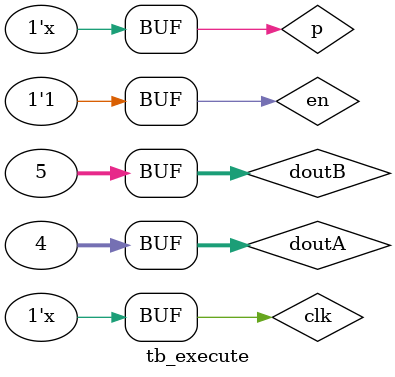
<source format=v>
`timescale 1ns / 1ps

module tb_execute;
    reg clk = 0;
    reg [31:0] instruction;
    reg en = 1;
    reg [31:0] doutA = 32'd4;
    reg [31:0] doutB = 32'd5;
    reg [31:0] pc = 0;


    // Wires to connect dec_top and exec_top
    wire [4:0] rs1;
    wire [4:0] rs2;
    wire [4:0] rd;
    wire [31:0] imm;
    wire [3:0] alu_ctrl;
    wire [1:0] alu_sel_A;
    wire [1:0] alu_sel_B;
    wire reg_write;
    wire mem_read;
    wire mem_write;
    wire [1:0] mem_size;
    wire branch;
    wire jal;
    wire jalr;
    wire lui;
    wire aupc;

    wire [4:0] readAddrA;
    wire [4:0] readAddrB;
    wire wenA;
    wire [4:0] writeAddrA;
    wire [31:0] dinA;
    wire p = 1'bz;
    wire [4:0] rdOut;
    wire [31:0] aluVal;
    wire [31:0] rs2ValOut;
    wire modPc;
    wire [31:0] pcVect;
    dec_top decoder (
        .clk(clk),
        .instruction(instruction),
        .en(en),
        .rs1(rs1),
        .rs2(rs2),
        .rd(rd),
        .imm(imm),
        .alu_ctrl(alu_ctrl),
        .alu_sel_A(alu_sel_A),
        .alu_sel_B(alu_sel_B),
        .reg_write(reg_write),
        .mem_read(mem_read),
        .mem_write(mem_write),
        .mem_size(mem_size),
        .branch(branch),
        .jal(jal),
        .jalr(jalr),
        .lui(lui),
        .aupc(aupc)
    );
    // Instantiate exec_top
    exec_top executor (
        .clk(clk),
        .en(en),
        .readAddrA(readAddrA),
        .readAddrB(readAddrB),
        .doutA(doutA),
        .doutB(doutB),
        .wenA(wenA),
        .writeAddrA(writeAddrA),
        .dinA(dinA),
        .rs1(rs1),              // Connected from dec_top
        .rs2(rs2),              // Connected from dec_top
        .rd(rd),                // Connected from dec_top
        .imm(imm),              // Connected from dec_top
        .aluCtrl(alu_ctrl),     // Connected from dec_top
        .selA(alu_sel_A),       // Connected from dec_top
        .selB(alu_sel_B),       // Connected from dec_top
        .regWrite(reg_write),   // Connected from dec_top
        .jal(jal),              // Connected from dec_top
        .jalr(jalr),            // Connected from dec_top
        .pc(pc),
        .rdOut(rdOut),
        .aluVal(aluVal),
        .rs2ValOut(rs2ValOut),
        .modPc(modPc),
        .pcVect(pcVect)
    );
     always begin
         #20 clk <= ~clk;
     end
     
    always @(posedge clk) begin
        pc <= pc + 4;
        case(pc)
            0   : instruction = 32'h00500093; // addi x1, x0, 5
            4   : instruction = 32'h00500113; // addi x2, x0, 5
            8   : instruction = 32'h00208663; // beq x1, x2, 8
            12  : instruction = 32'h00a00193; // addi x3, x0, 10
            16  : instruction = 32'h01400213; // addi x4, x0, 20
            20  : instruction = 32'h01e00293; // addi x5, x0, 30
            24  : instruction = 32'h02800313; // addi x6, x0, 40
            default: instruction = 32'h00000000; // NOP or default instruction
        endcase
    end

     
endmodule
</source>
